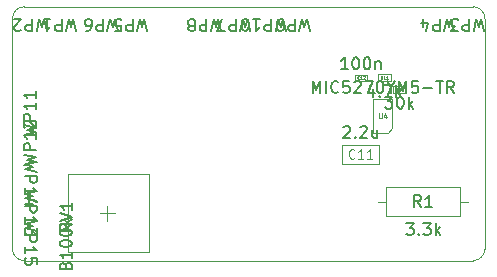
<source format=gbr>
%TF.GenerationSoftware,KiCad,Pcbnew,9.0.2*%
%TF.CreationDate,2025-10-05T19:26:48-07:00*%
%TF.ProjectId,3pdt-pwr-breakout-neg-V2,33706474-2d70-4777-922d-627265616b6f,rev?*%
%TF.SameCoordinates,PX2d4cae0PY8d9ee20*%
%TF.FileFunction,AssemblyDrawing,Top*%
%FSLAX46Y46*%
G04 Gerber Fmt 4.6, Leading zero omitted, Abs format (unit mm)*
G04 Created by KiCad (PCBNEW 9.0.2) date 2025-10-05 19:26:48*
%MOMM*%
%LPD*%
G01*
G04 APERTURE LIST*
%ADD10C,0.150000*%
%ADD11C,0.040000*%
%ADD12C,0.060000*%
%ADD13C,0.120000*%
%ADD14C,0.100000*%
%TA.AperFunction,Profile*%
%ADD15C,0.100000*%
%TD*%
G04 APERTURE END LIST*
D10*
X28400952Y16205181D02*
X27829524Y16205181D01*
X28115238Y16205181D02*
X28115238Y17205181D01*
X28115238Y17205181D02*
X28020000Y17062324D01*
X28020000Y17062324D02*
X27924762Y16967086D01*
X27924762Y16967086D02*
X27829524Y16919467D01*
X29020000Y17205181D02*
X29115238Y17205181D01*
X29115238Y17205181D02*
X29210476Y17157562D01*
X29210476Y17157562D02*
X29258095Y17109943D01*
X29258095Y17109943D02*
X29305714Y17014705D01*
X29305714Y17014705D02*
X29353333Y16824229D01*
X29353333Y16824229D02*
X29353333Y16586134D01*
X29353333Y16586134D02*
X29305714Y16395658D01*
X29305714Y16395658D02*
X29258095Y16300420D01*
X29258095Y16300420D02*
X29210476Y16252800D01*
X29210476Y16252800D02*
X29115238Y16205181D01*
X29115238Y16205181D02*
X29020000Y16205181D01*
X29020000Y16205181D02*
X28924762Y16252800D01*
X28924762Y16252800D02*
X28877143Y16300420D01*
X28877143Y16300420D02*
X28829524Y16395658D01*
X28829524Y16395658D02*
X28781905Y16586134D01*
X28781905Y16586134D02*
X28781905Y16824229D01*
X28781905Y16824229D02*
X28829524Y17014705D01*
X28829524Y17014705D02*
X28877143Y17109943D01*
X28877143Y17109943D02*
X28924762Y17157562D01*
X28924762Y17157562D02*
X29020000Y17205181D01*
X29972381Y17205181D02*
X30067619Y17205181D01*
X30067619Y17205181D02*
X30162857Y17157562D01*
X30162857Y17157562D02*
X30210476Y17109943D01*
X30210476Y17109943D02*
X30258095Y17014705D01*
X30258095Y17014705D02*
X30305714Y16824229D01*
X30305714Y16824229D02*
X30305714Y16586134D01*
X30305714Y16586134D02*
X30258095Y16395658D01*
X30258095Y16395658D02*
X30210476Y16300420D01*
X30210476Y16300420D02*
X30162857Y16252800D01*
X30162857Y16252800D02*
X30067619Y16205181D01*
X30067619Y16205181D02*
X29972381Y16205181D01*
X29972381Y16205181D02*
X29877143Y16252800D01*
X29877143Y16252800D02*
X29829524Y16300420D01*
X29829524Y16300420D02*
X29781905Y16395658D01*
X29781905Y16395658D02*
X29734286Y16586134D01*
X29734286Y16586134D02*
X29734286Y16824229D01*
X29734286Y16824229D02*
X29781905Y17014705D01*
X29781905Y17014705D02*
X29829524Y17109943D01*
X29829524Y17109943D02*
X29877143Y17157562D01*
X29877143Y17157562D02*
X29972381Y17205181D01*
X30734286Y16871848D02*
X30734286Y16205181D01*
X30734286Y16776610D02*
X30781905Y16824229D01*
X30781905Y16824229D02*
X30877143Y16871848D01*
X30877143Y16871848D02*
X31020000Y16871848D01*
X31020000Y16871848D02*
X31115238Y16824229D01*
X31115238Y16824229D02*
X31162857Y16728991D01*
X31162857Y16728991D02*
X31162857Y16205181D01*
D11*
X29359285Y15410235D02*
X29347381Y15398330D01*
X29347381Y15398330D02*
X29311666Y15386426D01*
X29311666Y15386426D02*
X29287857Y15386426D01*
X29287857Y15386426D02*
X29252143Y15398330D01*
X29252143Y15398330D02*
X29228333Y15422140D01*
X29228333Y15422140D02*
X29216428Y15445950D01*
X29216428Y15445950D02*
X29204524Y15493569D01*
X29204524Y15493569D02*
X29204524Y15529283D01*
X29204524Y15529283D02*
X29216428Y15576902D01*
X29216428Y15576902D02*
X29228333Y15600711D01*
X29228333Y15600711D02*
X29252143Y15624521D01*
X29252143Y15624521D02*
X29287857Y15636426D01*
X29287857Y15636426D02*
X29311666Y15636426D01*
X29311666Y15636426D02*
X29347381Y15624521D01*
X29347381Y15624521D02*
X29359285Y15612616D01*
X29597381Y15386426D02*
X29454524Y15386426D01*
X29525952Y15386426D02*
X29525952Y15636426D01*
X29525952Y15636426D02*
X29502143Y15600711D01*
X29502143Y15600711D02*
X29478333Y15576902D01*
X29478333Y15576902D02*
X29454524Y15564997D01*
X29692619Y15612616D02*
X29704523Y15624521D01*
X29704523Y15624521D02*
X29728333Y15636426D01*
X29728333Y15636426D02*
X29787857Y15636426D01*
X29787857Y15636426D02*
X29811666Y15624521D01*
X29811666Y15624521D02*
X29823571Y15612616D01*
X29823571Y15612616D02*
X29835476Y15588807D01*
X29835476Y15588807D02*
X29835476Y15564997D01*
X29835476Y15564997D02*
X29823571Y15529283D01*
X29823571Y15529283D02*
X29680714Y15386426D01*
X29680714Y15386426D02*
X29835476Y15386426D01*
D10*
X25410119Y14195181D02*
X25410119Y15195181D01*
X25410119Y15195181D02*
X25743452Y14480896D01*
X25743452Y14480896D02*
X26076785Y15195181D01*
X26076785Y15195181D02*
X26076785Y14195181D01*
X26552976Y14195181D02*
X26552976Y15195181D01*
X27600594Y14290420D02*
X27552975Y14242800D01*
X27552975Y14242800D02*
X27410118Y14195181D01*
X27410118Y14195181D02*
X27314880Y14195181D01*
X27314880Y14195181D02*
X27172023Y14242800D01*
X27172023Y14242800D02*
X27076785Y14338039D01*
X27076785Y14338039D02*
X27029166Y14433277D01*
X27029166Y14433277D02*
X26981547Y14623753D01*
X26981547Y14623753D02*
X26981547Y14766610D01*
X26981547Y14766610D02*
X27029166Y14957086D01*
X27029166Y14957086D02*
X27076785Y15052324D01*
X27076785Y15052324D02*
X27172023Y15147562D01*
X27172023Y15147562D02*
X27314880Y15195181D01*
X27314880Y15195181D02*
X27410118Y15195181D01*
X27410118Y15195181D02*
X27552975Y15147562D01*
X27552975Y15147562D02*
X27600594Y15099943D01*
X28505356Y15195181D02*
X28029166Y15195181D01*
X28029166Y15195181D02*
X27981547Y14718991D01*
X27981547Y14718991D02*
X28029166Y14766610D01*
X28029166Y14766610D02*
X28124404Y14814229D01*
X28124404Y14814229D02*
X28362499Y14814229D01*
X28362499Y14814229D02*
X28457737Y14766610D01*
X28457737Y14766610D02*
X28505356Y14718991D01*
X28505356Y14718991D02*
X28552975Y14623753D01*
X28552975Y14623753D02*
X28552975Y14385658D01*
X28552975Y14385658D02*
X28505356Y14290420D01*
X28505356Y14290420D02*
X28457737Y14242800D01*
X28457737Y14242800D02*
X28362499Y14195181D01*
X28362499Y14195181D02*
X28124404Y14195181D01*
X28124404Y14195181D02*
X28029166Y14242800D01*
X28029166Y14242800D02*
X27981547Y14290420D01*
X28933928Y15099943D02*
X28981547Y15147562D01*
X28981547Y15147562D02*
X29076785Y15195181D01*
X29076785Y15195181D02*
X29314880Y15195181D01*
X29314880Y15195181D02*
X29410118Y15147562D01*
X29410118Y15147562D02*
X29457737Y15099943D01*
X29457737Y15099943D02*
X29505356Y15004705D01*
X29505356Y15004705D02*
X29505356Y14909467D01*
X29505356Y14909467D02*
X29457737Y14766610D01*
X29457737Y14766610D02*
X28886309Y14195181D01*
X28886309Y14195181D02*
X29505356Y14195181D01*
X29838690Y15195181D02*
X30505356Y15195181D01*
X30505356Y15195181D02*
X30076785Y14195181D01*
X31076785Y15195181D02*
X31172023Y15195181D01*
X31172023Y15195181D02*
X31267261Y15147562D01*
X31267261Y15147562D02*
X31314880Y15099943D01*
X31314880Y15099943D02*
X31362499Y15004705D01*
X31362499Y15004705D02*
X31410118Y14814229D01*
X31410118Y14814229D02*
X31410118Y14576134D01*
X31410118Y14576134D02*
X31362499Y14385658D01*
X31362499Y14385658D02*
X31314880Y14290420D01*
X31314880Y14290420D02*
X31267261Y14242800D01*
X31267261Y14242800D02*
X31172023Y14195181D01*
X31172023Y14195181D02*
X31076785Y14195181D01*
X31076785Y14195181D02*
X30981547Y14242800D01*
X30981547Y14242800D02*
X30933928Y14290420D01*
X30933928Y14290420D02*
X30886309Y14385658D01*
X30886309Y14385658D02*
X30838690Y14576134D01*
X30838690Y14576134D02*
X30838690Y14814229D01*
X30838690Y14814229D02*
X30886309Y15004705D01*
X30886309Y15004705D02*
X30933928Y15099943D01*
X30933928Y15099943D02*
X30981547Y15147562D01*
X30981547Y15147562D02*
X31076785Y15195181D01*
X32029166Y14671372D02*
X32029166Y14195181D01*
X31695833Y15195181D02*
X32029166Y14671372D01*
X32029166Y14671372D02*
X32362499Y15195181D01*
X32695833Y14195181D02*
X32695833Y15195181D01*
X32695833Y15195181D02*
X33029166Y14480896D01*
X33029166Y14480896D02*
X33362499Y15195181D01*
X33362499Y15195181D02*
X33362499Y14195181D01*
X34314880Y15195181D02*
X33838690Y15195181D01*
X33838690Y15195181D02*
X33791071Y14718991D01*
X33791071Y14718991D02*
X33838690Y14766610D01*
X33838690Y14766610D02*
X33933928Y14814229D01*
X33933928Y14814229D02*
X34172023Y14814229D01*
X34172023Y14814229D02*
X34267261Y14766610D01*
X34267261Y14766610D02*
X34314880Y14718991D01*
X34314880Y14718991D02*
X34362499Y14623753D01*
X34362499Y14623753D02*
X34362499Y14385658D01*
X34362499Y14385658D02*
X34314880Y14290420D01*
X34314880Y14290420D02*
X34267261Y14242800D01*
X34267261Y14242800D02*
X34172023Y14195181D01*
X34172023Y14195181D02*
X33933928Y14195181D01*
X33933928Y14195181D02*
X33838690Y14242800D01*
X33838690Y14242800D02*
X33791071Y14290420D01*
X34791071Y14576134D02*
X35552976Y14576134D01*
X35886309Y15195181D02*
X36457737Y15195181D01*
X36172023Y14195181D02*
X36172023Y15195181D01*
X37362499Y14195181D02*
X37029166Y14671372D01*
X36791071Y14195181D02*
X36791071Y15195181D01*
X36791071Y15195181D02*
X37172023Y15195181D01*
X37172023Y15195181D02*
X37267261Y15147562D01*
X37267261Y15147562D02*
X37314880Y15099943D01*
X37314880Y15099943D02*
X37362499Y15004705D01*
X37362499Y15004705D02*
X37362499Y14861848D01*
X37362499Y14861848D02*
X37314880Y14766610D01*
X37314880Y14766610D02*
X37267261Y14718991D01*
X37267261Y14718991D02*
X37172023Y14671372D01*
X37172023Y14671372D02*
X36791071Y14671372D01*
D12*
X31057738Y12468073D02*
X31057738Y12144263D01*
X31057738Y12144263D02*
X31076785Y12106168D01*
X31076785Y12106168D02*
X31095833Y12087120D01*
X31095833Y12087120D02*
X31133928Y12068073D01*
X31133928Y12068073D02*
X31210119Y12068073D01*
X31210119Y12068073D02*
X31248214Y12087120D01*
X31248214Y12087120D02*
X31267261Y12106168D01*
X31267261Y12106168D02*
X31286309Y12144263D01*
X31286309Y12144263D02*
X31286309Y12468073D01*
X31648214Y12334740D02*
X31648214Y12068073D01*
X31552976Y12487120D02*
X31457738Y12201406D01*
X31457738Y12201406D02*
X31705357Y12201406D01*
D10*
X30561428Y14541848D02*
X30561428Y13875181D01*
X30323333Y14922800D02*
X30085238Y14208515D01*
X30085238Y14208515D02*
X30704285Y14208515D01*
X31085238Y13970420D02*
X31132857Y13922800D01*
X31132857Y13922800D02*
X31085238Y13875181D01*
X31085238Y13875181D02*
X31037619Y13922800D01*
X31037619Y13922800D02*
X31085238Y13970420D01*
X31085238Y13970420D02*
X31085238Y13875181D01*
X31466190Y14875181D02*
X32132856Y14875181D01*
X32132856Y14875181D02*
X31704285Y13875181D01*
X32513809Y13875181D02*
X32513809Y14875181D01*
X32609047Y14256134D02*
X32894761Y13875181D01*
X32894761Y14541848D02*
X32513809Y14160896D01*
D11*
X31322857Y15381800D02*
X31236190Y15505609D01*
X31174285Y15381800D02*
X31174285Y15641800D01*
X31174285Y15641800D02*
X31273333Y15641800D01*
X31273333Y15641800D02*
X31298095Y15629419D01*
X31298095Y15629419D02*
X31310476Y15617038D01*
X31310476Y15617038D02*
X31322857Y15592276D01*
X31322857Y15592276D02*
X31322857Y15555133D01*
X31322857Y15555133D02*
X31310476Y15530371D01*
X31310476Y15530371D02*
X31298095Y15517990D01*
X31298095Y15517990D02*
X31273333Y15505609D01*
X31273333Y15505609D02*
X31174285Y15505609D01*
X31570476Y15381800D02*
X31421904Y15381800D01*
X31496190Y15381800D02*
X31496190Y15641800D01*
X31496190Y15641800D02*
X31471428Y15604657D01*
X31471428Y15604657D02*
X31446666Y15579895D01*
X31446666Y15579895D02*
X31421904Y15567514D01*
X31818095Y15381800D02*
X31669523Y15381800D01*
X31743809Y15381800D02*
X31743809Y15641800D01*
X31743809Y15641800D02*
X31719047Y15604657D01*
X31719047Y15604657D02*
X31694285Y15579895D01*
X31694285Y15579895D02*
X31669523Y15567514D01*
D10*
X31545714Y13875181D02*
X32164761Y13875181D01*
X32164761Y13875181D02*
X31831428Y13494229D01*
X31831428Y13494229D02*
X31974285Y13494229D01*
X31974285Y13494229D02*
X32069523Y13446610D01*
X32069523Y13446610D02*
X32117142Y13398991D01*
X32117142Y13398991D02*
X32164761Y13303753D01*
X32164761Y13303753D02*
X32164761Y13065658D01*
X32164761Y13065658D02*
X32117142Y12970420D01*
X32117142Y12970420D02*
X32069523Y12922800D01*
X32069523Y12922800D02*
X31974285Y12875181D01*
X31974285Y12875181D02*
X31688571Y12875181D01*
X31688571Y12875181D02*
X31593333Y12922800D01*
X31593333Y12922800D02*
X31545714Y12970420D01*
X32783809Y13875181D02*
X32879047Y13875181D01*
X32879047Y13875181D02*
X32974285Y13827562D01*
X32974285Y13827562D02*
X33021904Y13779943D01*
X33021904Y13779943D02*
X33069523Y13684705D01*
X33069523Y13684705D02*
X33117142Y13494229D01*
X33117142Y13494229D02*
X33117142Y13256134D01*
X33117142Y13256134D02*
X33069523Y13065658D01*
X33069523Y13065658D02*
X33021904Y12970420D01*
X33021904Y12970420D02*
X32974285Y12922800D01*
X32974285Y12922800D02*
X32879047Y12875181D01*
X32879047Y12875181D02*
X32783809Y12875181D01*
X32783809Y12875181D02*
X32688571Y12922800D01*
X32688571Y12922800D02*
X32640952Y12970420D01*
X32640952Y12970420D02*
X32593333Y13065658D01*
X32593333Y13065658D02*
X32545714Y13256134D01*
X32545714Y13256134D02*
X32545714Y13494229D01*
X32545714Y13494229D02*
X32593333Y13684705D01*
X32593333Y13684705D02*
X32640952Y13779943D01*
X32640952Y13779943D02*
X32688571Y13827562D01*
X32688571Y13827562D02*
X32783809Y13875181D01*
X33545714Y12875181D02*
X33545714Y13875181D01*
X33640952Y13256134D02*
X33926666Y12875181D01*
X33926666Y13541848D02*
X33545714Y13160896D01*
D11*
X32592857Y14381800D02*
X32506190Y14505609D01*
X32444285Y14381800D02*
X32444285Y14641800D01*
X32444285Y14641800D02*
X32543333Y14641800D01*
X32543333Y14641800D02*
X32568095Y14629419D01*
X32568095Y14629419D02*
X32580476Y14617038D01*
X32580476Y14617038D02*
X32592857Y14592276D01*
X32592857Y14592276D02*
X32592857Y14555133D01*
X32592857Y14555133D02*
X32580476Y14530371D01*
X32580476Y14530371D02*
X32568095Y14517990D01*
X32568095Y14517990D02*
X32543333Y14505609D01*
X32543333Y14505609D02*
X32444285Y14505609D01*
X32840476Y14381800D02*
X32691904Y14381800D01*
X32766190Y14381800D02*
X32766190Y14641800D01*
X32766190Y14641800D02*
X32741428Y14604657D01*
X32741428Y14604657D02*
X32716666Y14579895D01*
X32716666Y14579895D02*
X32691904Y14567514D01*
X33001428Y14641800D02*
X33026190Y14641800D01*
X33026190Y14641800D02*
X33050952Y14629419D01*
X33050952Y14629419D02*
X33063333Y14617038D01*
X33063333Y14617038D02*
X33075714Y14592276D01*
X33075714Y14592276D02*
X33088095Y14542752D01*
X33088095Y14542752D02*
X33088095Y14480847D01*
X33088095Y14480847D02*
X33075714Y14431323D01*
X33075714Y14431323D02*
X33063333Y14406561D01*
X33063333Y14406561D02*
X33050952Y14394180D01*
X33050952Y14394180D02*
X33026190Y14381800D01*
X33026190Y14381800D02*
X33001428Y14381800D01*
X33001428Y14381800D02*
X32976666Y14394180D01*
X32976666Y14394180D02*
X32964285Y14406561D01*
X32964285Y14406561D02*
X32951904Y14431323D01*
X32951904Y14431323D02*
X32939523Y14480847D01*
X32939523Y14480847D02*
X32939523Y14542752D01*
X32939523Y14542752D02*
X32951904Y14592276D01*
X32951904Y14592276D02*
X32964285Y14617038D01*
X32964285Y14617038D02*
X32976666Y14629419D01*
X32976666Y14629419D02*
X33001428Y14641800D01*
D10*
X28022619Y11299943D02*
X28070238Y11347562D01*
X28070238Y11347562D02*
X28165476Y11395181D01*
X28165476Y11395181D02*
X28403571Y11395181D01*
X28403571Y11395181D02*
X28498809Y11347562D01*
X28498809Y11347562D02*
X28546428Y11299943D01*
X28546428Y11299943D02*
X28594047Y11204705D01*
X28594047Y11204705D02*
X28594047Y11109467D01*
X28594047Y11109467D02*
X28546428Y10966610D01*
X28546428Y10966610D02*
X27975000Y10395181D01*
X27975000Y10395181D02*
X28594047Y10395181D01*
X29022619Y10490420D02*
X29070238Y10442800D01*
X29070238Y10442800D02*
X29022619Y10395181D01*
X29022619Y10395181D02*
X28975000Y10442800D01*
X28975000Y10442800D02*
X29022619Y10490420D01*
X29022619Y10490420D02*
X29022619Y10395181D01*
X29451190Y11299943D02*
X29498809Y11347562D01*
X29498809Y11347562D02*
X29594047Y11395181D01*
X29594047Y11395181D02*
X29832142Y11395181D01*
X29832142Y11395181D02*
X29927380Y11347562D01*
X29927380Y11347562D02*
X29974999Y11299943D01*
X29974999Y11299943D02*
X30022618Y11204705D01*
X30022618Y11204705D02*
X30022618Y11109467D01*
X30022618Y11109467D02*
X29974999Y10966610D01*
X29974999Y10966610D02*
X29403571Y10395181D01*
X29403571Y10395181D02*
X30022618Y10395181D01*
X30879761Y11061848D02*
X30879761Y10395181D01*
X30451190Y11061848D02*
X30451190Y10538039D01*
X30451190Y10538039D02*
X30498809Y10442800D01*
X30498809Y10442800D02*
X30594047Y10395181D01*
X30594047Y10395181D02*
X30736904Y10395181D01*
X30736904Y10395181D02*
X30832142Y10442800D01*
X30832142Y10442800D02*
X30879761Y10490420D01*
D13*
X28960714Y8712336D02*
X28922618Y8674240D01*
X28922618Y8674240D02*
X28808333Y8636145D01*
X28808333Y8636145D02*
X28732142Y8636145D01*
X28732142Y8636145D02*
X28617856Y8674240D01*
X28617856Y8674240D02*
X28541666Y8750431D01*
X28541666Y8750431D02*
X28503571Y8826621D01*
X28503571Y8826621D02*
X28465475Y8979002D01*
X28465475Y8979002D02*
X28465475Y9093288D01*
X28465475Y9093288D02*
X28503571Y9245669D01*
X28503571Y9245669D02*
X28541666Y9321860D01*
X28541666Y9321860D02*
X28617856Y9398050D01*
X28617856Y9398050D02*
X28732142Y9436145D01*
X28732142Y9436145D02*
X28808333Y9436145D01*
X28808333Y9436145D02*
X28922618Y9398050D01*
X28922618Y9398050D02*
X28960714Y9359955D01*
X29722618Y8636145D02*
X29265475Y8636145D01*
X29494047Y8636145D02*
X29494047Y9436145D01*
X29494047Y9436145D02*
X29417856Y9321860D01*
X29417856Y9321860D02*
X29341666Y9245669D01*
X29341666Y9245669D02*
X29265475Y9207574D01*
X30484523Y8636145D02*
X30027380Y8636145D01*
X30255952Y8636145D02*
X30255952Y9436145D01*
X30255952Y9436145D02*
X30179761Y9321860D01*
X30179761Y9321860D02*
X30103571Y9245669D01*
X30103571Y9245669D02*
X30027380Y9207574D01*
D10*
X2045180Y5880952D02*
X1045180Y5642857D01*
X1045180Y5642857D02*
X1759466Y5452381D01*
X1759466Y5452381D02*
X1045180Y5261905D01*
X1045180Y5261905D02*
X2045180Y5023809D01*
X1045180Y4642857D02*
X2045180Y4642857D01*
X2045180Y4642857D02*
X2045180Y4261905D01*
X2045180Y4261905D02*
X1997561Y4166667D01*
X1997561Y4166667D02*
X1949942Y4119048D01*
X1949942Y4119048D02*
X1854704Y4071429D01*
X1854704Y4071429D02*
X1711847Y4071429D01*
X1711847Y4071429D02*
X1616609Y4119048D01*
X1616609Y4119048D02*
X1568990Y4166667D01*
X1568990Y4166667D02*
X1521371Y4261905D01*
X1521371Y4261905D02*
X1521371Y4642857D01*
X1045180Y3119048D02*
X1045180Y3690476D01*
X1045180Y3404762D02*
X2045180Y3404762D01*
X2045180Y3404762D02*
X1902323Y3500000D01*
X1902323Y3500000D02*
X1807085Y3595238D01*
X1807085Y3595238D02*
X1759466Y3690476D01*
X2045180Y2785714D02*
X2045180Y2166667D01*
X2045180Y2166667D02*
X1664228Y2500000D01*
X1664228Y2500000D02*
X1664228Y2357143D01*
X1664228Y2357143D02*
X1616609Y2261905D01*
X1616609Y2261905D02*
X1568990Y2214286D01*
X1568990Y2214286D02*
X1473752Y2166667D01*
X1473752Y2166667D02*
X1235657Y2166667D01*
X1235657Y2166667D02*
X1140419Y2214286D01*
X1140419Y2214286D02*
X1092800Y2261905D01*
X1092800Y2261905D02*
X1045180Y2357143D01*
X1045180Y2357143D02*
X1045180Y2642857D01*
X1045180Y2642857D02*
X1092800Y2738095D01*
X1092800Y2738095D02*
X1140419Y2785714D01*
X954819Y10619049D02*
X1954819Y10857144D01*
X1954819Y10857144D02*
X1240533Y11047620D01*
X1240533Y11047620D02*
X1954819Y11238096D01*
X1954819Y11238096D02*
X954819Y11476191D01*
X1954819Y11857144D02*
X954819Y11857144D01*
X954819Y11857144D02*
X954819Y12238096D01*
X954819Y12238096D02*
X1002438Y12333334D01*
X1002438Y12333334D02*
X1050057Y12380953D01*
X1050057Y12380953D02*
X1145295Y12428572D01*
X1145295Y12428572D02*
X1288152Y12428572D01*
X1288152Y12428572D02*
X1383390Y12380953D01*
X1383390Y12380953D02*
X1431009Y12333334D01*
X1431009Y12333334D02*
X1478628Y12238096D01*
X1478628Y12238096D02*
X1478628Y11857144D01*
X1954819Y13380953D02*
X1954819Y12809525D01*
X1954819Y13095239D02*
X954819Y13095239D01*
X954819Y13095239D02*
X1097676Y13000001D01*
X1097676Y13000001D02*
X1192914Y12904763D01*
X1192914Y12904763D02*
X1240533Y12809525D01*
X1954819Y14333334D02*
X1954819Y13761906D01*
X1954819Y14047620D02*
X954819Y14047620D01*
X954819Y14047620D02*
X1097676Y13952382D01*
X1097676Y13952382D02*
X1192914Y13857144D01*
X1192914Y13857144D02*
X1240533Y13761906D01*
X2045180Y8380952D02*
X1045180Y8142857D01*
X1045180Y8142857D02*
X1759466Y7952381D01*
X1759466Y7952381D02*
X1045180Y7761905D01*
X1045180Y7761905D02*
X2045180Y7523809D01*
X1045180Y7142857D02*
X2045180Y7142857D01*
X2045180Y7142857D02*
X2045180Y6761905D01*
X2045180Y6761905D02*
X1997561Y6666667D01*
X1997561Y6666667D02*
X1949942Y6619048D01*
X1949942Y6619048D02*
X1854704Y6571429D01*
X1854704Y6571429D02*
X1711847Y6571429D01*
X1711847Y6571429D02*
X1616609Y6619048D01*
X1616609Y6619048D02*
X1568990Y6666667D01*
X1568990Y6666667D02*
X1521371Y6761905D01*
X1521371Y6761905D02*
X1521371Y7142857D01*
X1045180Y5619048D02*
X1045180Y6190476D01*
X1045180Y5904762D02*
X2045180Y5904762D01*
X2045180Y5904762D02*
X1902323Y6000000D01*
X1902323Y6000000D02*
X1807085Y6095238D01*
X1807085Y6095238D02*
X1759466Y6190476D01*
X1711847Y4761905D02*
X1045180Y4761905D01*
X2092800Y5000000D02*
X1378514Y5238095D01*
X1378514Y5238095D02*
X1378514Y4619048D01*
X17654761Y19454820D02*
X17416666Y20454820D01*
X17416666Y20454820D02*
X17226190Y19740534D01*
X17226190Y19740534D02*
X17035714Y20454820D01*
X17035714Y20454820D02*
X16797619Y19454820D01*
X16416666Y20454820D02*
X16416666Y19454820D01*
X16416666Y19454820D02*
X16035714Y19454820D01*
X16035714Y19454820D02*
X15940476Y19502439D01*
X15940476Y19502439D02*
X15892857Y19550058D01*
X15892857Y19550058D02*
X15845238Y19645296D01*
X15845238Y19645296D02*
X15845238Y19788153D01*
X15845238Y19788153D02*
X15892857Y19883391D01*
X15892857Y19883391D02*
X15940476Y19931010D01*
X15940476Y19931010D02*
X16035714Y19978629D01*
X16035714Y19978629D02*
X16416666Y19978629D01*
X15273809Y19883391D02*
X15369047Y19835772D01*
X15369047Y19835772D02*
X15416666Y19788153D01*
X15416666Y19788153D02*
X15464285Y19692915D01*
X15464285Y19692915D02*
X15464285Y19645296D01*
X15464285Y19645296D02*
X15416666Y19550058D01*
X15416666Y19550058D02*
X15369047Y19502439D01*
X15369047Y19502439D02*
X15273809Y19454820D01*
X15273809Y19454820D02*
X15083333Y19454820D01*
X15083333Y19454820D02*
X14988095Y19502439D01*
X14988095Y19502439D02*
X14940476Y19550058D01*
X14940476Y19550058D02*
X14892857Y19645296D01*
X14892857Y19645296D02*
X14892857Y19692915D01*
X14892857Y19692915D02*
X14940476Y19788153D01*
X14940476Y19788153D02*
X14988095Y19835772D01*
X14988095Y19835772D02*
X15083333Y19883391D01*
X15083333Y19883391D02*
X15273809Y19883391D01*
X15273809Y19883391D02*
X15369047Y19931010D01*
X15369047Y19931010D02*
X15416666Y19978629D01*
X15416666Y19978629D02*
X15464285Y20073867D01*
X15464285Y20073867D02*
X15464285Y20264343D01*
X15464285Y20264343D02*
X15416666Y20359581D01*
X15416666Y20359581D02*
X15369047Y20407200D01*
X15369047Y20407200D02*
X15273809Y20454820D01*
X15273809Y20454820D02*
X15083333Y20454820D01*
X15083333Y20454820D02*
X14988095Y20407200D01*
X14988095Y20407200D02*
X14940476Y20359581D01*
X14940476Y20359581D02*
X14892857Y20264343D01*
X14892857Y20264343D02*
X14892857Y20073867D01*
X14892857Y20073867D02*
X14940476Y19978629D01*
X14940476Y19978629D02*
X14988095Y19931010D01*
X14988095Y19931010D02*
X15083333Y19883391D01*
X2045180Y3380952D02*
X1045180Y3142857D01*
X1045180Y3142857D02*
X1759466Y2952381D01*
X1759466Y2952381D02*
X1045180Y2761905D01*
X1045180Y2761905D02*
X2045180Y2523809D01*
X1045180Y2142857D02*
X2045180Y2142857D01*
X2045180Y2142857D02*
X2045180Y1761905D01*
X2045180Y1761905D02*
X1997561Y1666667D01*
X1997561Y1666667D02*
X1949942Y1619048D01*
X1949942Y1619048D02*
X1854704Y1571429D01*
X1854704Y1571429D02*
X1711847Y1571429D01*
X1711847Y1571429D02*
X1616609Y1619048D01*
X1616609Y1619048D02*
X1568990Y1666667D01*
X1568990Y1666667D02*
X1521371Y1761905D01*
X1521371Y1761905D02*
X1521371Y2142857D01*
X1045180Y619048D02*
X1045180Y1190476D01*
X1045180Y904762D02*
X2045180Y904762D01*
X2045180Y904762D02*
X1902323Y1000000D01*
X1902323Y1000000D02*
X1807085Y1095238D01*
X1807085Y1095238D02*
X1759466Y1190476D01*
X2045180Y-285714D02*
X2045180Y190476D01*
X2045180Y190476D02*
X1568990Y238095D01*
X1568990Y238095D02*
X1616609Y190476D01*
X1616609Y190476D02*
X1664228Y95238D01*
X1664228Y95238D02*
X1664228Y-142857D01*
X1664228Y-142857D02*
X1616609Y-238095D01*
X1616609Y-238095D02*
X1568990Y-285714D01*
X1568990Y-285714D02*
X1473752Y-333333D01*
X1473752Y-333333D02*
X1235657Y-333333D01*
X1235657Y-333333D02*
X1140419Y-285714D01*
X1140419Y-285714D02*
X1092800Y-238095D01*
X1092800Y-238095D02*
X1045180Y-142857D01*
X1045180Y-142857D02*
X1045180Y95238D01*
X1045180Y95238D02*
X1092800Y190476D01*
X1092800Y190476D02*
X1140419Y238095D01*
X11404761Y19454820D02*
X11166666Y20454820D01*
X11166666Y20454820D02*
X10976190Y19740534D01*
X10976190Y19740534D02*
X10785714Y20454820D01*
X10785714Y20454820D02*
X10547619Y19454820D01*
X10166666Y20454820D02*
X10166666Y19454820D01*
X10166666Y19454820D02*
X9785714Y19454820D01*
X9785714Y19454820D02*
X9690476Y19502439D01*
X9690476Y19502439D02*
X9642857Y19550058D01*
X9642857Y19550058D02*
X9595238Y19645296D01*
X9595238Y19645296D02*
X9595238Y19788153D01*
X9595238Y19788153D02*
X9642857Y19883391D01*
X9642857Y19883391D02*
X9690476Y19931010D01*
X9690476Y19931010D02*
X9785714Y19978629D01*
X9785714Y19978629D02*
X10166666Y19978629D01*
X8690476Y19454820D02*
X9166666Y19454820D01*
X9166666Y19454820D02*
X9214285Y19931010D01*
X9214285Y19931010D02*
X9166666Y19883391D01*
X9166666Y19883391D02*
X9071428Y19835772D01*
X9071428Y19835772D02*
X8833333Y19835772D01*
X8833333Y19835772D02*
X8738095Y19883391D01*
X8738095Y19883391D02*
X8690476Y19931010D01*
X8690476Y19931010D02*
X8642857Y20026248D01*
X8642857Y20026248D02*
X8642857Y20264343D01*
X8642857Y20264343D02*
X8690476Y20359581D01*
X8690476Y20359581D02*
X8738095Y20407200D01*
X8738095Y20407200D02*
X8833333Y20454820D01*
X8833333Y20454820D02*
X9071428Y20454820D01*
X9071428Y20454820D02*
X9166666Y20407200D01*
X9166666Y20407200D02*
X9214285Y20359581D01*
X5404761Y19454820D02*
X5166666Y20454820D01*
X5166666Y20454820D02*
X4976190Y19740534D01*
X4976190Y19740534D02*
X4785714Y20454820D01*
X4785714Y20454820D02*
X4547619Y19454820D01*
X4166666Y20454820D02*
X4166666Y19454820D01*
X4166666Y19454820D02*
X3785714Y19454820D01*
X3785714Y19454820D02*
X3690476Y19502439D01*
X3690476Y19502439D02*
X3642857Y19550058D01*
X3642857Y19550058D02*
X3595238Y19645296D01*
X3595238Y19645296D02*
X3595238Y19788153D01*
X3595238Y19788153D02*
X3642857Y19883391D01*
X3642857Y19883391D02*
X3690476Y19931010D01*
X3690476Y19931010D02*
X3785714Y19978629D01*
X3785714Y19978629D02*
X4166666Y19978629D01*
X2642857Y20454820D02*
X3214285Y20454820D01*
X2928571Y20454820D02*
X2928571Y19454820D01*
X2928571Y19454820D02*
X3023809Y19597677D01*
X3023809Y19597677D02*
X3119047Y19692915D01*
X3119047Y19692915D02*
X3214285Y19740534D01*
X20154761Y19454820D02*
X19916666Y20454820D01*
X19916666Y20454820D02*
X19726190Y19740534D01*
X19726190Y19740534D02*
X19535714Y20454820D01*
X19535714Y20454820D02*
X19297619Y19454820D01*
X18916666Y20454820D02*
X18916666Y19454820D01*
X18916666Y19454820D02*
X18535714Y19454820D01*
X18535714Y19454820D02*
X18440476Y19502439D01*
X18440476Y19502439D02*
X18392857Y19550058D01*
X18392857Y19550058D02*
X18345238Y19645296D01*
X18345238Y19645296D02*
X18345238Y19788153D01*
X18345238Y19788153D02*
X18392857Y19883391D01*
X18392857Y19883391D02*
X18440476Y19931010D01*
X18440476Y19931010D02*
X18535714Y19978629D01*
X18535714Y19978629D02*
X18916666Y19978629D01*
X18011904Y19454820D02*
X17345238Y19454820D01*
X17345238Y19454820D02*
X17773809Y20454820D01*
X37404761Y19454820D02*
X37166666Y20454820D01*
X37166666Y20454820D02*
X36976190Y19740534D01*
X36976190Y19740534D02*
X36785714Y20454820D01*
X36785714Y20454820D02*
X36547619Y19454820D01*
X36166666Y20454820D02*
X36166666Y19454820D01*
X36166666Y19454820D02*
X35785714Y19454820D01*
X35785714Y19454820D02*
X35690476Y19502439D01*
X35690476Y19502439D02*
X35642857Y19550058D01*
X35642857Y19550058D02*
X35595238Y19645296D01*
X35595238Y19645296D02*
X35595238Y19788153D01*
X35595238Y19788153D02*
X35642857Y19883391D01*
X35642857Y19883391D02*
X35690476Y19931010D01*
X35690476Y19931010D02*
X35785714Y19978629D01*
X35785714Y19978629D02*
X36166666Y19978629D01*
X34738095Y19788153D02*
X34738095Y20454820D01*
X34976190Y19407200D02*
X35214285Y20121486D01*
X35214285Y20121486D02*
X34595238Y20121486D01*
X33357619Y3175181D02*
X33976666Y3175181D01*
X33976666Y3175181D02*
X33643333Y2794229D01*
X33643333Y2794229D02*
X33786190Y2794229D01*
X33786190Y2794229D02*
X33881428Y2746610D01*
X33881428Y2746610D02*
X33929047Y2698991D01*
X33929047Y2698991D02*
X33976666Y2603753D01*
X33976666Y2603753D02*
X33976666Y2365658D01*
X33976666Y2365658D02*
X33929047Y2270420D01*
X33929047Y2270420D02*
X33881428Y2222800D01*
X33881428Y2222800D02*
X33786190Y2175181D01*
X33786190Y2175181D02*
X33500476Y2175181D01*
X33500476Y2175181D02*
X33405238Y2222800D01*
X33405238Y2222800D02*
X33357619Y2270420D01*
X34405238Y2270420D02*
X34452857Y2222800D01*
X34452857Y2222800D02*
X34405238Y2175181D01*
X34405238Y2175181D02*
X34357619Y2222800D01*
X34357619Y2222800D02*
X34405238Y2270420D01*
X34405238Y2270420D02*
X34405238Y2175181D01*
X34786190Y3175181D02*
X35405237Y3175181D01*
X35405237Y3175181D02*
X35071904Y2794229D01*
X35071904Y2794229D02*
X35214761Y2794229D01*
X35214761Y2794229D02*
X35309999Y2746610D01*
X35309999Y2746610D02*
X35357618Y2698991D01*
X35357618Y2698991D02*
X35405237Y2603753D01*
X35405237Y2603753D02*
X35405237Y2365658D01*
X35405237Y2365658D02*
X35357618Y2270420D01*
X35357618Y2270420D02*
X35309999Y2222800D01*
X35309999Y2222800D02*
X35214761Y2175181D01*
X35214761Y2175181D02*
X34929047Y2175181D01*
X34929047Y2175181D02*
X34833809Y2222800D01*
X34833809Y2222800D02*
X34786190Y2270420D01*
X35833809Y2175181D02*
X35833809Y3175181D01*
X35929047Y2556134D02*
X36214761Y2175181D01*
X36214761Y2841848D02*
X35833809Y2460896D01*
X34583333Y4545181D02*
X34250000Y5021372D01*
X34011905Y4545181D02*
X34011905Y5545181D01*
X34011905Y5545181D02*
X34392857Y5545181D01*
X34392857Y5545181D02*
X34488095Y5497562D01*
X34488095Y5497562D02*
X34535714Y5449943D01*
X34535714Y5449943D02*
X34583333Y5354705D01*
X34583333Y5354705D02*
X34583333Y5211848D01*
X34583333Y5211848D02*
X34535714Y5116610D01*
X34535714Y5116610D02*
X34488095Y5068991D01*
X34488095Y5068991D02*
X34392857Y5021372D01*
X34392857Y5021372D02*
X34011905Y5021372D01*
X35535714Y4545181D02*
X34964286Y4545181D01*
X35250000Y4545181D02*
X35250000Y5545181D01*
X35250000Y5545181D02*
X35154762Y5402324D01*
X35154762Y5402324D02*
X35059524Y5307086D01*
X35059524Y5307086D02*
X34964286Y5259467D01*
X4496009Y-416904D02*
X4543628Y-274047D01*
X4543628Y-274047D02*
X4591247Y-226428D01*
X4591247Y-226428D02*
X4686485Y-178809D01*
X4686485Y-178809D02*
X4829342Y-178809D01*
X4829342Y-178809D02*
X4924580Y-226428D01*
X4924580Y-226428D02*
X4972200Y-274047D01*
X4972200Y-274047D02*
X5019819Y-369285D01*
X5019819Y-369285D02*
X5019819Y-750237D01*
X5019819Y-750237D02*
X4019819Y-750237D01*
X4019819Y-750237D02*
X4019819Y-416904D01*
X4019819Y-416904D02*
X4067438Y-321666D01*
X4067438Y-321666D02*
X4115057Y-274047D01*
X4115057Y-274047D02*
X4210295Y-226428D01*
X4210295Y-226428D02*
X4305533Y-226428D01*
X4305533Y-226428D02*
X4400771Y-274047D01*
X4400771Y-274047D02*
X4448390Y-321666D01*
X4448390Y-321666D02*
X4496009Y-416904D01*
X4496009Y-416904D02*
X4496009Y-750237D01*
X5019819Y773572D02*
X5019819Y202144D01*
X5019819Y487858D02*
X4019819Y487858D01*
X4019819Y487858D02*
X4162676Y392620D01*
X4162676Y392620D02*
X4257914Y297382D01*
X4257914Y297382D02*
X4305533Y202144D01*
X4019819Y1392620D02*
X4019819Y1487858D01*
X4019819Y1487858D02*
X4067438Y1583096D01*
X4067438Y1583096D02*
X4115057Y1630715D01*
X4115057Y1630715D02*
X4210295Y1678334D01*
X4210295Y1678334D02*
X4400771Y1725953D01*
X4400771Y1725953D02*
X4638866Y1725953D01*
X4638866Y1725953D02*
X4829342Y1678334D01*
X4829342Y1678334D02*
X4924580Y1630715D01*
X4924580Y1630715D02*
X4972200Y1583096D01*
X4972200Y1583096D02*
X5019819Y1487858D01*
X5019819Y1487858D02*
X5019819Y1392620D01*
X5019819Y1392620D02*
X4972200Y1297382D01*
X4972200Y1297382D02*
X4924580Y1249763D01*
X4924580Y1249763D02*
X4829342Y1202144D01*
X4829342Y1202144D02*
X4638866Y1154525D01*
X4638866Y1154525D02*
X4400771Y1154525D01*
X4400771Y1154525D02*
X4210295Y1202144D01*
X4210295Y1202144D02*
X4115057Y1249763D01*
X4115057Y1249763D02*
X4067438Y1297382D01*
X4067438Y1297382D02*
X4019819Y1392620D01*
X4019819Y2345001D02*
X4019819Y2440239D01*
X4019819Y2440239D02*
X4067438Y2535477D01*
X4067438Y2535477D02*
X4115057Y2583096D01*
X4115057Y2583096D02*
X4210295Y2630715D01*
X4210295Y2630715D02*
X4400771Y2678334D01*
X4400771Y2678334D02*
X4638866Y2678334D01*
X4638866Y2678334D02*
X4829342Y2630715D01*
X4829342Y2630715D02*
X4924580Y2583096D01*
X4924580Y2583096D02*
X4972200Y2535477D01*
X4972200Y2535477D02*
X5019819Y2440239D01*
X5019819Y2440239D02*
X5019819Y2345001D01*
X5019819Y2345001D02*
X4972200Y2249763D01*
X4972200Y2249763D02*
X4924580Y2202144D01*
X4924580Y2202144D02*
X4829342Y2154525D01*
X4829342Y2154525D02*
X4638866Y2106906D01*
X4638866Y2106906D02*
X4400771Y2106906D01*
X4400771Y2106906D02*
X4210295Y2154525D01*
X4210295Y2154525D02*
X4115057Y2202144D01*
X4115057Y2202144D02*
X4067438Y2249763D01*
X4067438Y2249763D02*
X4019819Y2345001D01*
X5019819Y3106906D02*
X4019819Y3106906D01*
X4638866Y3202144D02*
X5019819Y3487858D01*
X4353152Y3487858D02*
X4734104Y3106906D01*
X5044819Y3089762D02*
X4568628Y2756429D01*
X5044819Y2518334D02*
X4044819Y2518334D01*
X4044819Y2518334D02*
X4044819Y2899286D01*
X4044819Y2899286D02*
X4092438Y2994524D01*
X4092438Y2994524D02*
X4140057Y3042143D01*
X4140057Y3042143D02*
X4235295Y3089762D01*
X4235295Y3089762D02*
X4378152Y3089762D01*
X4378152Y3089762D02*
X4473390Y3042143D01*
X4473390Y3042143D02*
X4521009Y2994524D01*
X4521009Y2994524D02*
X4568628Y2899286D01*
X4568628Y2899286D02*
X4568628Y2518334D01*
X4044819Y3375477D02*
X5044819Y3708810D01*
X5044819Y3708810D02*
X4044819Y4042143D01*
X5044819Y4899286D02*
X5044819Y4327858D01*
X5044819Y4613572D02*
X4044819Y4613572D01*
X4044819Y4613572D02*
X4187676Y4518334D01*
X4187676Y4518334D02*
X4282914Y4423096D01*
X4282914Y4423096D02*
X4330533Y4327858D01*
X39904761Y19454820D02*
X39666666Y20454820D01*
X39666666Y20454820D02*
X39476190Y19740534D01*
X39476190Y19740534D02*
X39285714Y20454820D01*
X39285714Y20454820D02*
X39047619Y19454820D01*
X38666666Y20454820D02*
X38666666Y19454820D01*
X38666666Y19454820D02*
X38285714Y19454820D01*
X38285714Y19454820D02*
X38190476Y19502439D01*
X38190476Y19502439D02*
X38142857Y19550058D01*
X38142857Y19550058D02*
X38095238Y19645296D01*
X38095238Y19645296D02*
X38095238Y19788153D01*
X38095238Y19788153D02*
X38142857Y19883391D01*
X38142857Y19883391D02*
X38190476Y19931010D01*
X38190476Y19931010D02*
X38285714Y19978629D01*
X38285714Y19978629D02*
X38666666Y19978629D01*
X37761904Y19454820D02*
X37142857Y19454820D01*
X37142857Y19454820D02*
X37476190Y19835772D01*
X37476190Y19835772D02*
X37333333Y19835772D01*
X37333333Y19835772D02*
X37238095Y19883391D01*
X37238095Y19883391D02*
X37190476Y19931010D01*
X37190476Y19931010D02*
X37142857Y20026248D01*
X37142857Y20026248D02*
X37142857Y20264343D01*
X37142857Y20264343D02*
X37190476Y20359581D01*
X37190476Y20359581D02*
X37238095Y20407200D01*
X37238095Y20407200D02*
X37333333Y20454820D01*
X37333333Y20454820D02*
X37619047Y20454820D01*
X37619047Y20454820D02*
X37714285Y20407200D01*
X37714285Y20407200D02*
X37761904Y20359581D01*
X23130951Y19454820D02*
X22892856Y20454820D01*
X22892856Y20454820D02*
X22702380Y19740534D01*
X22702380Y19740534D02*
X22511904Y20454820D01*
X22511904Y20454820D02*
X22273809Y19454820D01*
X21892856Y20454820D02*
X21892856Y19454820D01*
X21892856Y19454820D02*
X21511904Y19454820D01*
X21511904Y19454820D02*
X21416666Y19502439D01*
X21416666Y19502439D02*
X21369047Y19550058D01*
X21369047Y19550058D02*
X21321428Y19645296D01*
X21321428Y19645296D02*
X21321428Y19788153D01*
X21321428Y19788153D02*
X21369047Y19883391D01*
X21369047Y19883391D02*
X21416666Y19931010D01*
X21416666Y19931010D02*
X21511904Y19978629D01*
X21511904Y19978629D02*
X21892856Y19978629D01*
X20369047Y20454820D02*
X20940475Y20454820D01*
X20654761Y20454820D02*
X20654761Y19454820D01*
X20654761Y19454820D02*
X20749999Y19597677D01*
X20749999Y19597677D02*
X20845237Y19692915D01*
X20845237Y19692915D02*
X20940475Y19740534D01*
X19749999Y19454820D02*
X19654761Y19454820D01*
X19654761Y19454820D02*
X19559523Y19502439D01*
X19559523Y19502439D02*
X19511904Y19550058D01*
X19511904Y19550058D02*
X19464285Y19645296D01*
X19464285Y19645296D02*
X19416666Y19835772D01*
X19416666Y19835772D02*
X19416666Y20073867D01*
X19416666Y20073867D02*
X19464285Y20264343D01*
X19464285Y20264343D02*
X19511904Y20359581D01*
X19511904Y20359581D02*
X19559523Y20407200D01*
X19559523Y20407200D02*
X19654761Y20454820D01*
X19654761Y20454820D02*
X19749999Y20454820D01*
X19749999Y20454820D02*
X19845237Y20407200D01*
X19845237Y20407200D02*
X19892856Y20359581D01*
X19892856Y20359581D02*
X19940475Y20264343D01*
X19940475Y20264343D02*
X19988094Y20073867D01*
X19988094Y20073867D02*
X19988094Y19835772D01*
X19988094Y19835772D02*
X19940475Y19645296D01*
X19940475Y19645296D02*
X19892856Y19550058D01*
X19892856Y19550058D02*
X19845237Y19502439D01*
X19845237Y19502439D02*
X19749999Y19454820D01*
X954819Y8119049D02*
X1954819Y8357144D01*
X1954819Y8357144D02*
X1240533Y8547620D01*
X1240533Y8547620D02*
X1954819Y8738096D01*
X1954819Y8738096D02*
X954819Y8976191D01*
X1954819Y9357144D02*
X954819Y9357144D01*
X954819Y9357144D02*
X954819Y9738096D01*
X954819Y9738096D02*
X1002438Y9833334D01*
X1002438Y9833334D02*
X1050057Y9880953D01*
X1050057Y9880953D02*
X1145295Y9928572D01*
X1145295Y9928572D02*
X1288152Y9928572D01*
X1288152Y9928572D02*
X1383390Y9880953D01*
X1383390Y9880953D02*
X1431009Y9833334D01*
X1431009Y9833334D02*
X1478628Y9738096D01*
X1478628Y9738096D02*
X1478628Y9357144D01*
X1954819Y10880953D02*
X1954819Y10309525D01*
X1954819Y10595239D02*
X954819Y10595239D01*
X954819Y10595239D02*
X1097676Y10500001D01*
X1097676Y10500001D02*
X1192914Y10404763D01*
X1192914Y10404763D02*
X1240533Y10309525D01*
X1050057Y11261906D02*
X1002438Y11309525D01*
X1002438Y11309525D02*
X954819Y11404763D01*
X954819Y11404763D02*
X954819Y11642858D01*
X954819Y11642858D02*
X1002438Y11738096D01*
X1002438Y11738096D02*
X1050057Y11785715D01*
X1050057Y11785715D02*
X1145295Y11833334D01*
X1145295Y11833334D02*
X1240533Y11833334D01*
X1240533Y11833334D02*
X1383390Y11785715D01*
X1383390Y11785715D02*
X1954819Y11214287D01*
X1954819Y11214287D02*
X1954819Y11833334D01*
X2904761Y19454820D02*
X2666666Y20454820D01*
X2666666Y20454820D02*
X2476190Y19740534D01*
X2476190Y19740534D02*
X2285714Y20454820D01*
X2285714Y20454820D02*
X2047619Y19454820D01*
X1666666Y20454820D02*
X1666666Y19454820D01*
X1666666Y19454820D02*
X1285714Y19454820D01*
X1285714Y19454820D02*
X1190476Y19502439D01*
X1190476Y19502439D02*
X1142857Y19550058D01*
X1142857Y19550058D02*
X1095238Y19645296D01*
X1095238Y19645296D02*
X1095238Y19788153D01*
X1095238Y19788153D02*
X1142857Y19883391D01*
X1142857Y19883391D02*
X1190476Y19931010D01*
X1190476Y19931010D02*
X1285714Y19978629D01*
X1285714Y19978629D02*
X1666666Y19978629D01*
X714285Y19550058D02*
X666666Y19502439D01*
X666666Y19502439D02*
X571428Y19454820D01*
X571428Y19454820D02*
X333333Y19454820D01*
X333333Y19454820D02*
X238095Y19502439D01*
X238095Y19502439D02*
X190476Y19550058D01*
X190476Y19550058D02*
X142857Y19645296D01*
X142857Y19645296D02*
X142857Y19740534D01*
X142857Y19740534D02*
X190476Y19883391D01*
X190476Y19883391D02*
X761904Y20454820D01*
X761904Y20454820D02*
X142857Y20454820D01*
X8904761Y19454820D02*
X8666666Y20454820D01*
X8666666Y20454820D02*
X8476190Y19740534D01*
X8476190Y19740534D02*
X8285714Y20454820D01*
X8285714Y20454820D02*
X8047619Y19454820D01*
X7666666Y20454820D02*
X7666666Y19454820D01*
X7666666Y19454820D02*
X7285714Y19454820D01*
X7285714Y19454820D02*
X7190476Y19502439D01*
X7190476Y19502439D02*
X7142857Y19550058D01*
X7142857Y19550058D02*
X7095238Y19645296D01*
X7095238Y19645296D02*
X7095238Y19788153D01*
X7095238Y19788153D02*
X7142857Y19883391D01*
X7142857Y19883391D02*
X7190476Y19931010D01*
X7190476Y19931010D02*
X7285714Y19978629D01*
X7285714Y19978629D02*
X7666666Y19978629D01*
X6238095Y19454820D02*
X6428571Y19454820D01*
X6428571Y19454820D02*
X6523809Y19502439D01*
X6523809Y19502439D02*
X6571428Y19550058D01*
X6571428Y19550058D02*
X6666666Y19692915D01*
X6666666Y19692915D02*
X6714285Y19883391D01*
X6714285Y19883391D02*
X6714285Y20264343D01*
X6714285Y20264343D02*
X6666666Y20359581D01*
X6666666Y20359581D02*
X6619047Y20407200D01*
X6619047Y20407200D02*
X6523809Y20454820D01*
X6523809Y20454820D02*
X6333333Y20454820D01*
X6333333Y20454820D02*
X6238095Y20407200D01*
X6238095Y20407200D02*
X6190476Y20359581D01*
X6190476Y20359581D02*
X6142857Y20264343D01*
X6142857Y20264343D02*
X6142857Y20026248D01*
X6142857Y20026248D02*
X6190476Y19931010D01*
X6190476Y19931010D02*
X6238095Y19883391D01*
X6238095Y19883391D02*
X6333333Y19835772D01*
X6333333Y19835772D02*
X6523809Y19835772D01*
X6523809Y19835772D02*
X6619047Y19883391D01*
X6619047Y19883391D02*
X6666666Y19931010D01*
X6666666Y19931010D02*
X6714285Y20026248D01*
X25154761Y19454820D02*
X24916666Y20454820D01*
X24916666Y20454820D02*
X24726190Y19740534D01*
X24726190Y19740534D02*
X24535714Y20454820D01*
X24535714Y20454820D02*
X24297619Y19454820D01*
X23916666Y20454820D02*
X23916666Y19454820D01*
X23916666Y19454820D02*
X23535714Y19454820D01*
X23535714Y19454820D02*
X23440476Y19502439D01*
X23440476Y19502439D02*
X23392857Y19550058D01*
X23392857Y19550058D02*
X23345238Y19645296D01*
X23345238Y19645296D02*
X23345238Y19788153D01*
X23345238Y19788153D02*
X23392857Y19883391D01*
X23392857Y19883391D02*
X23440476Y19931010D01*
X23440476Y19931010D02*
X23535714Y19978629D01*
X23535714Y19978629D02*
X23916666Y19978629D01*
X22869047Y20454820D02*
X22678571Y20454820D01*
X22678571Y20454820D02*
X22583333Y20407200D01*
X22583333Y20407200D02*
X22535714Y20359581D01*
X22535714Y20359581D02*
X22440476Y20216724D01*
X22440476Y20216724D02*
X22392857Y20026248D01*
X22392857Y20026248D02*
X22392857Y19645296D01*
X22392857Y19645296D02*
X22440476Y19550058D01*
X22440476Y19550058D02*
X22488095Y19502439D01*
X22488095Y19502439D02*
X22583333Y19454820D01*
X22583333Y19454820D02*
X22773809Y19454820D01*
X22773809Y19454820D02*
X22869047Y19502439D01*
X22869047Y19502439D02*
X22916666Y19550058D01*
X22916666Y19550058D02*
X22964285Y19645296D01*
X22964285Y19645296D02*
X22964285Y19883391D01*
X22964285Y19883391D02*
X22916666Y19978629D01*
X22916666Y19978629D02*
X22869047Y20026248D01*
X22869047Y20026248D02*
X22773809Y20073867D01*
X22773809Y20073867D02*
X22583333Y20073867D01*
X22583333Y20073867D02*
X22488095Y20026248D01*
X22488095Y20026248D02*
X22440476Y19978629D01*
X22440476Y19978629D02*
X22392857Y19883391D01*
D14*
%TO.C,C12*%
X30020000Y15250000D02*
X29020000Y15250000D01*
X30020000Y15750000D02*
X30020000Y15250000D01*
X29020000Y15250000D02*
X29020000Y15750000D01*
X29020000Y15750000D02*
X30020000Y15750000D01*
%TO.C,U4*%
X32162500Y11200000D02*
X31762500Y10800000D01*
X32162500Y13700000D02*
X32162500Y11200000D01*
X31762500Y10800000D02*
X30562500Y10800000D01*
X30562500Y10800000D02*
X30562500Y13700000D01*
X30562500Y13700000D02*
X32162500Y13700000D01*
%TO.C,R11*%
X30965000Y15770000D02*
X32015000Y15770000D01*
X30965000Y15230000D02*
X30965000Y15770000D01*
X32015000Y15770000D02*
X32015000Y15230000D01*
X32015000Y15230000D02*
X30965000Y15230000D01*
%TO.C,R10*%
X32235000Y14770000D02*
X33285000Y14770000D01*
X32235000Y14230000D02*
X32235000Y14770000D01*
X33285000Y14770000D02*
X33285000Y14230000D01*
X33285000Y14230000D02*
X32235000Y14230000D01*
%TO.C,C11*%
X31075000Y8200000D02*
X27875000Y8200000D01*
X31075000Y9800000D02*
X31075000Y8200000D01*
X27875000Y8200000D02*
X27875000Y9800000D01*
X27875000Y9800000D02*
X31075000Y9800000D01*
%TO.C,R1*%
X30940000Y5000000D02*
X31600000Y5000000D01*
X31600000Y6250000D02*
X31600000Y3750000D01*
X31600000Y3750000D02*
X37900000Y3750000D01*
X37900000Y6250000D02*
X31600000Y6250000D01*
X37900000Y3750000D02*
X37900000Y6250000D01*
X38560000Y5000000D02*
X37900000Y5000000D01*
%TO.C,RV1*%
X4738000Y7302000D02*
X4738000Y698000D01*
X4738000Y698000D02*
X11596000Y698000D01*
X8040000Y3365000D02*
X8040000Y4635000D01*
X8675000Y4000000D02*
X7405000Y4000000D01*
X11596000Y7302000D02*
X4738000Y7302000D01*
X11596000Y698000D02*
X11596000Y7302000D01*
%TD*%
D15*
X1000000Y21500000D02*
X39000000Y21500000D01*
X39000000Y0D02*
X1000000Y0D01*
X1000000Y0D02*
G75*
G02*
X0Y1000000I0J1000000D01*
G01*
X40000000Y20500000D02*
X40000000Y1000000D01*
X39000000Y21500000D02*
G75*
G02*
X40000000Y20500000I0J-1000000D01*
G01*
X0Y1000000D02*
X0Y20500000D01*
X0Y20500000D02*
G75*
G02*
X1000000Y21500000I1000000J0D01*
G01*
X40000000Y1000000D02*
G75*
G02*
X39000000Y0I-1000000J0D01*
G01*
M02*

</source>
